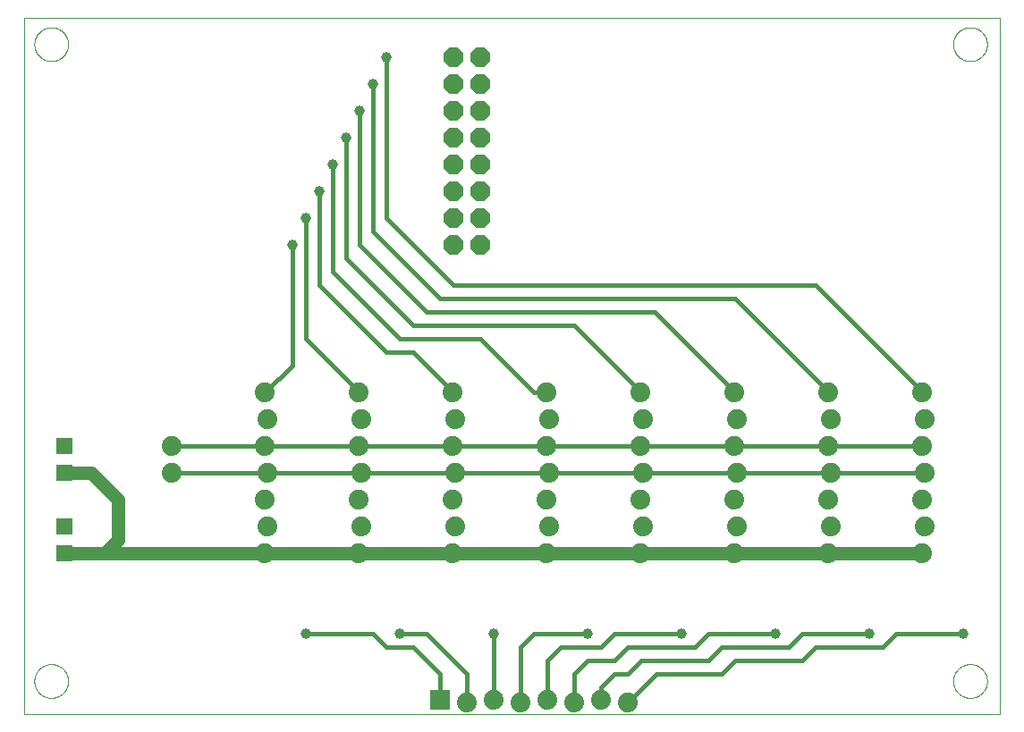
<source format=gtl>
G75*
%MOIN*%
%OFA0B0*%
%FSLAX25Y25*%
%IPPOS*%
%LPD*%
%AMOC8*
5,1,8,0,0,1.08239X$1,22.5*
%
%ADD10C,0.00000*%
%ADD11C,0.07400*%
%ADD12R,0.06000X0.06000*%
%ADD13R,0.07400X0.07400*%
%ADD14OC8,0.07400*%
%ADD15C,0.01600*%
%ADD16C,0.03962*%
%ADD17C,0.05000*%
D10*
X0002200Y0002200D02*
X0002200Y0262161D01*
X0365901Y0262161D01*
X0365901Y0002200D01*
X0002200Y0002200D01*
X0005901Y0014700D02*
X0005903Y0014858D01*
X0005909Y0015016D01*
X0005919Y0015174D01*
X0005933Y0015332D01*
X0005951Y0015489D01*
X0005972Y0015646D01*
X0005998Y0015802D01*
X0006028Y0015958D01*
X0006061Y0016113D01*
X0006099Y0016266D01*
X0006140Y0016419D01*
X0006185Y0016571D01*
X0006234Y0016722D01*
X0006287Y0016871D01*
X0006343Y0017019D01*
X0006403Y0017165D01*
X0006467Y0017310D01*
X0006535Y0017453D01*
X0006606Y0017595D01*
X0006680Y0017735D01*
X0006758Y0017872D01*
X0006840Y0018008D01*
X0006924Y0018142D01*
X0007013Y0018273D01*
X0007104Y0018402D01*
X0007199Y0018529D01*
X0007296Y0018654D01*
X0007397Y0018776D01*
X0007501Y0018895D01*
X0007608Y0019012D01*
X0007718Y0019126D01*
X0007831Y0019237D01*
X0007946Y0019346D01*
X0008064Y0019451D01*
X0008185Y0019553D01*
X0008308Y0019653D01*
X0008434Y0019749D01*
X0008562Y0019842D01*
X0008692Y0019932D01*
X0008825Y0020018D01*
X0008960Y0020102D01*
X0009096Y0020181D01*
X0009235Y0020258D01*
X0009376Y0020330D01*
X0009518Y0020400D01*
X0009662Y0020465D01*
X0009808Y0020527D01*
X0009955Y0020585D01*
X0010104Y0020640D01*
X0010254Y0020691D01*
X0010405Y0020738D01*
X0010557Y0020781D01*
X0010710Y0020820D01*
X0010865Y0020856D01*
X0011020Y0020887D01*
X0011176Y0020915D01*
X0011332Y0020939D01*
X0011489Y0020959D01*
X0011647Y0020975D01*
X0011804Y0020987D01*
X0011963Y0020995D01*
X0012121Y0020999D01*
X0012279Y0020999D01*
X0012437Y0020995D01*
X0012596Y0020987D01*
X0012753Y0020975D01*
X0012911Y0020959D01*
X0013068Y0020939D01*
X0013224Y0020915D01*
X0013380Y0020887D01*
X0013535Y0020856D01*
X0013690Y0020820D01*
X0013843Y0020781D01*
X0013995Y0020738D01*
X0014146Y0020691D01*
X0014296Y0020640D01*
X0014445Y0020585D01*
X0014592Y0020527D01*
X0014738Y0020465D01*
X0014882Y0020400D01*
X0015024Y0020330D01*
X0015165Y0020258D01*
X0015304Y0020181D01*
X0015440Y0020102D01*
X0015575Y0020018D01*
X0015708Y0019932D01*
X0015838Y0019842D01*
X0015966Y0019749D01*
X0016092Y0019653D01*
X0016215Y0019553D01*
X0016336Y0019451D01*
X0016454Y0019346D01*
X0016569Y0019237D01*
X0016682Y0019126D01*
X0016792Y0019012D01*
X0016899Y0018895D01*
X0017003Y0018776D01*
X0017104Y0018654D01*
X0017201Y0018529D01*
X0017296Y0018402D01*
X0017387Y0018273D01*
X0017476Y0018142D01*
X0017560Y0018008D01*
X0017642Y0017872D01*
X0017720Y0017735D01*
X0017794Y0017595D01*
X0017865Y0017453D01*
X0017933Y0017310D01*
X0017997Y0017165D01*
X0018057Y0017019D01*
X0018113Y0016871D01*
X0018166Y0016722D01*
X0018215Y0016571D01*
X0018260Y0016419D01*
X0018301Y0016266D01*
X0018339Y0016113D01*
X0018372Y0015958D01*
X0018402Y0015802D01*
X0018428Y0015646D01*
X0018449Y0015489D01*
X0018467Y0015332D01*
X0018481Y0015174D01*
X0018491Y0015016D01*
X0018497Y0014858D01*
X0018499Y0014700D01*
X0018497Y0014542D01*
X0018491Y0014384D01*
X0018481Y0014226D01*
X0018467Y0014068D01*
X0018449Y0013911D01*
X0018428Y0013754D01*
X0018402Y0013598D01*
X0018372Y0013442D01*
X0018339Y0013287D01*
X0018301Y0013134D01*
X0018260Y0012981D01*
X0018215Y0012829D01*
X0018166Y0012678D01*
X0018113Y0012529D01*
X0018057Y0012381D01*
X0017997Y0012235D01*
X0017933Y0012090D01*
X0017865Y0011947D01*
X0017794Y0011805D01*
X0017720Y0011665D01*
X0017642Y0011528D01*
X0017560Y0011392D01*
X0017476Y0011258D01*
X0017387Y0011127D01*
X0017296Y0010998D01*
X0017201Y0010871D01*
X0017104Y0010746D01*
X0017003Y0010624D01*
X0016899Y0010505D01*
X0016792Y0010388D01*
X0016682Y0010274D01*
X0016569Y0010163D01*
X0016454Y0010054D01*
X0016336Y0009949D01*
X0016215Y0009847D01*
X0016092Y0009747D01*
X0015966Y0009651D01*
X0015838Y0009558D01*
X0015708Y0009468D01*
X0015575Y0009382D01*
X0015440Y0009298D01*
X0015304Y0009219D01*
X0015165Y0009142D01*
X0015024Y0009070D01*
X0014882Y0009000D01*
X0014738Y0008935D01*
X0014592Y0008873D01*
X0014445Y0008815D01*
X0014296Y0008760D01*
X0014146Y0008709D01*
X0013995Y0008662D01*
X0013843Y0008619D01*
X0013690Y0008580D01*
X0013535Y0008544D01*
X0013380Y0008513D01*
X0013224Y0008485D01*
X0013068Y0008461D01*
X0012911Y0008441D01*
X0012753Y0008425D01*
X0012596Y0008413D01*
X0012437Y0008405D01*
X0012279Y0008401D01*
X0012121Y0008401D01*
X0011963Y0008405D01*
X0011804Y0008413D01*
X0011647Y0008425D01*
X0011489Y0008441D01*
X0011332Y0008461D01*
X0011176Y0008485D01*
X0011020Y0008513D01*
X0010865Y0008544D01*
X0010710Y0008580D01*
X0010557Y0008619D01*
X0010405Y0008662D01*
X0010254Y0008709D01*
X0010104Y0008760D01*
X0009955Y0008815D01*
X0009808Y0008873D01*
X0009662Y0008935D01*
X0009518Y0009000D01*
X0009376Y0009070D01*
X0009235Y0009142D01*
X0009096Y0009219D01*
X0008960Y0009298D01*
X0008825Y0009382D01*
X0008692Y0009468D01*
X0008562Y0009558D01*
X0008434Y0009651D01*
X0008308Y0009747D01*
X0008185Y0009847D01*
X0008064Y0009949D01*
X0007946Y0010054D01*
X0007831Y0010163D01*
X0007718Y0010274D01*
X0007608Y0010388D01*
X0007501Y0010505D01*
X0007397Y0010624D01*
X0007296Y0010746D01*
X0007199Y0010871D01*
X0007104Y0010998D01*
X0007013Y0011127D01*
X0006924Y0011258D01*
X0006840Y0011392D01*
X0006758Y0011528D01*
X0006680Y0011665D01*
X0006606Y0011805D01*
X0006535Y0011947D01*
X0006467Y0012090D01*
X0006403Y0012235D01*
X0006343Y0012381D01*
X0006287Y0012529D01*
X0006234Y0012678D01*
X0006185Y0012829D01*
X0006140Y0012981D01*
X0006099Y0013134D01*
X0006061Y0013287D01*
X0006028Y0013442D01*
X0005998Y0013598D01*
X0005972Y0013754D01*
X0005951Y0013911D01*
X0005933Y0014068D01*
X0005919Y0014226D01*
X0005909Y0014384D01*
X0005903Y0014542D01*
X0005901Y0014700D01*
X0005901Y0252200D02*
X0005903Y0252358D01*
X0005909Y0252516D01*
X0005919Y0252674D01*
X0005933Y0252832D01*
X0005951Y0252989D01*
X0005972Y0253146D01*
X0005998Y0253302D01*
X0006028Y0253458D01*
X0006061Y0253613D01*
X0006099Y0253766D01*
X0006140Y0253919D01*
X0006185Y0254071D01*
X0006234Y0254222D01*
X0006287Y0254371D01*
X0006343Y0254519D01*
X0006403Y0254665D01*
X0006467Y0254810D01*
X0006535Y0254953D01*
X0006606Y0255095D01*
X0006680Y0255235D01*
X0006758Y0255372D01*
X0006840Y0255508D01*
X0006924Y0255642D01*
X0007013Y0255773D01*
X0007104Y0255902D01*
X0007199Y0256029D01*
X0007296Y0256154D01*
X0007397Y0256276D01*
X0007501Y0256395D01*
X0007608Y0256512D01*
X0007718Y0256626D01*
X0007831Y0256737D01*
X0007946Y0256846D01*
X0008064Y0256951D01*
X0008185Y0257053D01*
X0008308Y0257153D01*
X0008434Y0257249D01*
X0008562Y0257342D01*
X0008692Y0257432D01*
X0008825Y0257518D01*
X0008960Y0257602D01*
X0009096Y0257681D01*
X0009235Y0257758D01*
X0009376Y0257830D01*
X0009518Y0257900D01*
X0009662Y0257965D01*
X0009808Y0258027D01*
X0009955Y0258085D01*
X0010104Y0258140D01*
X0010254Y0258191D01*
X0010405Y0258238D01*
X0010557Y0258281D01*
X0010710Y0258320D01*
X0010865Y0258356D01*
X0011020Y0258387D01*
X0011176Y0258415D01*
X0011332Y0258439D01*
X0011489Y0258459D01*
X0011647Y0258475D01*
X0011804Y0258487D01*
X0011963Y0258495D01*
X0012121Y0258499D01*
X0012279Y0258499D01*
X0012437Y0258495D01*
X0012596Y0258487D01*
X0012753Y0258475D01*
X0012911Y0258459D01*
X0013068Y0258439D01*
X0013224Y0258415D01*
X0013380Y0258387D01*
X0013535Y0258356D01*
X0013690Y0258320D01*
X0013843Y0258281D01*
X0013995Y0258238D01*
X0014146Y0258191D01*
X0014296Y0258140D01*
X0014445Y0258085D01*
X0014592Y0258027D01*
X0014738Y0257965D01*
X0014882Y0257900D01*
X0015024Y0257830D01*
X0015165Y0257758D01*
X0015304Y0257681D01*
X0015440Y0257602D01*
X0015575Y0257518D01*
X0015708Y0257432D01*
X0015838Y0257342D01*
X0015966Y0257249D01*
X0016092Y0257153D01*
X0016215Y0257053D01*
X0016336Y0256951D01*
X0016454Y0256846D01*
X0016569Y0256737D01*
X0016682Y0256626D01*
X0016792Y0256512D01*
X0016899Y0256395D01*
X0017003Y0256276D01*
X0017104Y0256154D01*
X0017201Y0256029D01*
X0017296Y0255902D01*
X0017387Y0255773D01*
X0017476Y0255642D01*
X0017560Y0255508D01*
X0017642Y0255372D01*
X0017720Y0255235D01*
X0017794Y0255095D01*
X0017865Y0254953D01*
X0017933Y0254810D01*
X0017997Y0254665D01*
X0018057Y0254519D01*
X0018113Y0254371D01*
X0018166Y0254222D01*
X0018215Y0254071D01*
X0018260Y0253919D01*
X0018301Y0253766D01*
X0018339Y0253613D01*
X0018372Y0253458D01*
X0018402Y0253302D01*
X0018428Y0253146D01*
X0018449Y0252989D01*
X0018467Y0252832D01*
X0018481Y0252674D01*
X0018491Y0252516D01*
X0018497Y0252358D01*
X0018499Y0252200D01*
X0018497Y0252042D01*
X0018491Y0251884D01*
X0018481Y0251726D01*
X0018467Y0251568D01*
X0018449Y0251411D01*
X0018428Y0251254D01*
X0018402Y0251098D01*
X0018372Y0250942D01*
X0018339Y0250787D01*
X0018301Y0250634D01*
X0018260Y0250481D01*
X0018215Y0250329D01*
X0018166Y0250178D01*
X0018113Y0250029D01*
X0018057Y0249881D01*
X0017997Y0249735D01*
X0017933Y0249590D01*
X0017865Y0249447D01*
X0017794Y0249305D01*
X0017720Y0249165D01*
X0017642Y0249028D01*
X0017560Y0248892D01*
X0017476Y0248758D01*
X0017387Y0248627D01*
X0017296Y0248498D01*
X0017201Y0248371D01*
X0017104Y0248246D01*
X0017003Y0248124D01*
X0016899Y0248005D01*
X0016792Y0247888D01*
X0016682Y0247774D01*
X0016569Y0247663D01*
X0016454Y0247554D01*
X0016336Y0247449D01*
X0016215Y0247347D01*
X0016092Y0247247D01*
X0015966Y0247151D01*
X0015838Y0247058D01*
X0015708Y0246968D01*
X0015575Y0246882D01*
X0015440Y0246798D01*
X0015304Y0246719D01*
X0015165Y0246642D01*
X0015024Y0246570D01*
X0014882Y0246500D01*
X0014738Y0246435D01*
X0014592Y0246373D01*
X0014445Y0246315D01*
X0014296Y0246260D01*
X0014146Y0246209D01*
X0013995Y0246162D01*
X0013843Y0246119D01*
X0013690Y0246080D01*
X0013535Y0246044D01*
X0013380Y0246013D01*
X0013224Y0245985D01*
X0013068Y0245961D01*
X0012911Y0245941D01*
X0012753Y0245925D01*
X0012596Y0245913D01*
X0012437Y0245905D01*
X0012279Y0245901D01*
X0012121Y0245901D01*
X0011963Y0245905D01*
X0011804Y0245913D01*
X0011647Y0245925D01*
X0011489Y0245941D01*
X0011332Y0245961D01*
X0011176Y0245985D01*
X0011020Y0246013D01*
X0010865Y0246044D01*
X0010710Y0246080D01*
X0010557Y0246119D01*
X0010405Y0246162D01*
X0010254Y0246209D01*
X0010104Y0246260D01*
X0009955Y0246315D01*
X0009808Y0246373D01*
X0009662Y0246435D01*
X0009518Y0246500D01*
X0009376Y0246570D01*
X0009235Y0246642D01*
X0009096Y0246719D01*
X0008960Y0246798D01*
X0008825Y0246882D01*
X0008692Y0246968D01*
X0008562Y0247058D01*
X0008434Y0247151D01*
X0008308Y0247247D01*
X0008185Y0247347D01*
X0008064Y0247449D01*
X0007946Y0247554D01*
X0007831Y0247663D01*
X0007718Y0247774D01*
X0007608Y0247888D01*
X0007501Y0248005D01*
X0007397Y0248124D01*
X0007296Y0248246D01*
X0007199Y0248371D01*
X0007104Y0248498D01*
X0007013Y0248627D01*
X0006924Y0248758D01*
X0006840Y0248892D01*
X0006758Y0249028D01*
X0006680Y0249165D01*
X0006606Y0249305D01*
X0006535Y0249447D01*
X0006467Y0249590D01*
X0006403Y0249735D01*
X0006343Y0249881D01*
X0006287Y0250029D01*
X0006234Y0250178D01*
X0006185Y0250329D01*
X0006140Y0250481D01*
X0006099Y0250634D01*
X0006061Y0250787D01*
X0006028Y0250942D01*
X0005998Y0251098D01*
X0005972Y0251254D01*
X0005951Y0251411D01*
X0005933Y0251568D01*
X0005919Y0251726D01*
X0005909Y0251884D01*
X0005903Y0252042D01*
X0005901Y0252200D01*
X0348401Y0252200D02*
X0348403Y0252358D01*
X0348409Y0252516D01*
X0348419Y0252674D01*
X0348433Y0252832D01*
X0348451Y0252989D01*
X0348472Y0253146D01*
X0348498Y0253302D01*
X0348528Y0253458D01*
X0348561Y0253613D01*
X0348599Y0253766D01*
X0348640Y0253919D01*
X0348685Y0254071D01*
X0348734Y0254222D01*
X0348787Y0254371D01*
X0348843Y0254519D01*
X0348903Y0254665D01*
X0348967Y0254810D01*
X0349035Y0254953D01*
X0349106Y0255095D01*
X0349180Y0255235D01*
X0349258Y0255372D01*
X0349340Y0255508D01*
X0349424Y0255642D01*
X0349513Y0255773D01*
X0349604Y0255902D01*
X0349699Y0256029D01*
X0349796Y0256154D01*
X0349897Y0256276D01*
X0350001Y0256395D01*
X0350108Y0256512D01*
X0350218Y0256626D01*
X0350331Y0256737D01*
X0350446Y0256846D01*
X0350564Y0256951D01*
X0350685Y0257053D01*
X0350808Y0257153D01*
X0350934Y0257249D01*
X0351062Y0257342D01*
X0351192Y0257432D01*
X0351325Y0257518D01*
X0351460Y0257602D01*
X0351596Y0257681D01*
X0351735Y0257758D01*
X0351876Y0257830D01*
X0352018Y0257900D01*
X0352162Y0257965D01*
X0352308Y0258027D01*
X0352455Y0258085D01*
X0352604Y0258140D01*
X0352754Y0258191D01*
X0352905Y0258238D01*
X0353057Y0258281D01*
X0353210Y0258320D01*
X0353365Y0258356D01*
X0353520Y0258387D01*
X0353676Y0258415D01*
X0353832Y0258439D01*
X0353989Y0258459D01*
X0354147Y0258475D01*
X0354304Y0258487D01*
X0354463Y0258495D01*
X0354621Y0258499D01*
X0354779Y0258499D01*
X0354937Y0258495D01*
X0355096Y0258487D01*
X0355253Y0258475D01*
X0355411Y0258459D01*
X0355568Y0258439D01*
X0355724Y0258415D01*
X0355880Y0258387D01*
X0356035Y0258356D01*
X0356190Y0258320D01*
X0356343Y0258281D01*
X0356495Y0258238D01*
X0356646Y0258191D01*
X0356796Y0258140D01*
X0356945Y0258085D01*
X0357092Y0258027D01*
X0357238Y0257965D01*
X0357382Y0257900D01*
X0357524Y0257830D01*
X0357665Y0257758D01*
X0357804Y0257681D01*
X0357940Y0257602D01*
X0358075Y0257518D01*
X0358208Y0257432D01*
X0358338Y0257342D01*
X0358466Y0257249D01*
X0358592Y0257153D01*
X0358715Y0257053D01*
X0358836Y0256951D01*
X0358954Y0256846D01*
X0359069Y0256737D01*
X0359182Y0256626D01*
X0359292Y0256512D01*
X0359399Y0256395D01*
X0359503Y0256276D01*
X0359604Y0256154D01*
X0359701Y0256029D01*
X0359796Y0255902D01*
X0359887Y0255773D01*
X0359976Y0255642D01*
X0360060Y0255508D01*
X0360142Y0255372D01*
X0360220Y0255235D01*
X0360294Y0255095D01*
X0360365Y0254953D01*
X0360433Y0254810D01*
X0360497Y0254665D01*
X0360557Y0254519D01*
X0360613Y0254371D01*
X0360666Y0254222D01*
X0360715Y0254071D01*
X0360760Y0253919D01*
X0360801Y0253766D01*
X0360839Y0253613D01*
X0360872Y0253458D01*
X0360902Y0253302D01*
X0360928Y0253146D01*
X0360949Y0252989D01*
X0360967Y0252832D01*
X0360981Y0252674D01*
X0360991Y0252516D01*
X0360997Y0252358D01*
X0360999Y0252200D01*
X0360997Y0252042D01*
X0360991Y0251884D01*
X0360981Y0251726D01*
X0360967Y0251568D01*
X0360949Y0251411D01*
X0360928Y0251254D01*
X0360902Y0251098D01*
X0360872Y0250942D01*
X0360839Y0250787D01*
X0360801Y0250634D01*
X0360760Y0250481D01*
X0360715Y0250329D01*
X0360666Y0250178D01*
X0360613Y0250029D01*
X0360557Y0249881D01*
X0360497Y0249735D01*
X0360433Y0249590D01*
X0360365Y0249447D01*
X0360294Y0249305D01*
X0360220Y0249165D01*
X0360142Y0249028D01*
X0360060Y0248892D01*
X0359976Y0248758D01*
X0359887Y0248627D01*
X0359796Y0248498D01*
X0359701Y0248371D01*
X0359604Y0248246D01*
X0359503Y0248124D01*
X0359399Y0248005D01*
X0359292Y0247888D01*
X0359182Y0247774D01*
X0359069Y0247663D01*
X0358954Y0247554D01*
X0358836Y0247449D01*
X0358715Y0247347D01*
X0358592Y0247247D01*
X0358466Y0247151D01*
X0358338Y0247058D01*
X0358208Y0246968D01*
X0358075Y0246882D01*
X0357940Y0246798D01*
X0357804Y0246719D01*
X0357665Y0246642D01*
X0357524Y0246570D01*
X0357382Y0246500D01*
X0357238Y0246435D01*
X0357092Y0246373D01*
X0356945Y0246315D01*
X0356796Y0246260D01*
X0356646Y0246209D01*
X0356495Y0246162D01*
X0356343Y0246119D01*
X0356190Y0246080D01*
X0356035Y0246044D01*
X0355880Y0246013D01*
X0355724Y0245985D01*
X0355568Y0245961D01*
X0355411Y0245941D01*
X0355253Y0245925D01*
X0355096Y0245913D01*
X0354937Y0245905D01*
X0354779Y0245901D01*
X0354621Y0245901D01*
X0354463Y0245905D01*
X0354304Y0245913D01*
X0354147Y0245925D01*
X0353989Y0245941D01*
X0353832Y0245961D01*
X0353676Y0245985D01*
X0353520Y0246013D01*
X0353365Y0246044D01*
X0353210Y0246080D01*
X0353057Y0246119D01*
X0352905Y0246162D01*
X0352754Y0246209D01*
X0352604Y0246260D01*
X0352455Y0246315D01*
X0352308Y0246373D01*
X0352162Y0246435D01*
X0352018Y0246500D01*
X0351876Y0246570D01*
X0351735Y0246642D01*
X0351596Y0246719D01*
X0351460Y0246798D01*
X0351325Y0246882D01*
X0351192Y0246968D01*
X0351062Y0247058D01*
X0350934Y0247151D01*
X0350808Y0247247D01*
X0350685Y0247347D01*
X0350564Y0247449D01*
X0350446Y0247554D01*
X0350331Y0247663D01*
X0350218Y0247774D01*
X0350108Y0247888D01*
X0350001Y0248005D01*
X0349897Y0248124D01*
X0349796Y0248246D01*
X0349699Y0248371D01*
X0349604Y0248498D01*
X0349513Y0248627D01*
X0349424Y0248758D01*
X0349340Y0248892D01*
X0349258Y0249028D01*
X0349180Y0249165D01*
X0349106Y0249305D01*
X0349035Y0249447D01*
X0348967Y0249590D01*
X0348903Y0249735D01*
X0348843Y0249881D01*
X0348787Y0250029D01*
X0348734Y0250178D01*
X0348685Y0250329D01*
X0348640Y0250481D01*
X0348599Y0250634D01*
X0348561Y0250787D01*
X0348528Y0250942D01*
X0348498Y0251098D01*
X0348472Y0251254D01*
X0348451Y0251411D01*
X0348433Y0251568D01*
X0348419Y0251726D01*
X0348409Y0251884D01*
X0348403Y0252042D01*
X0348401Y0252200D01*
X0348401Y0014700D02*
X0348403Y0014858D01*
X0348409Y0015016D01*
X0348419Y0015174D01*
X0348433Y0015332D01*
X0348451Y0015489D01*
X0348472Y0015646D01*
X0348498Y0015802D01*
X0348528Y0015958D01*
X0348561Y0016113D01*
X0348599Y0016266D01*
X0348640Y0016419D01*
X0348685Y0016571D01*
X0348734Y0016722D01*
X0348787Y0016871D01*
X0348843Y0017019D01*
X0348903Y0017165D01*
X0348967Y0017310D01*
X0349035Y0017453D01*
X0349106Y0017595D01*
X0349180Y0017735D01*
X0349258Y0017872D01*
X0349340Y0018008D01*
X0349424Y0018142D01*
X0349513Y0018273D01*
X0349604Y0018402D01*
X0349699Y0018529D01*
X0349796Y0018654D01*
X0349897Y0018776D01*
X0350001Y0018895D01*
X0350108Y0019012D01*
X0350218Y0019126D01*
X0350331Y0019237D01*
X0350446Y0019346D01*
X0350564Y0019451D01*
X0350685Y0019553D01*
X0350808Y0019653D01*
X0350934Y0019749D01*
X0351062Y0019842D01*
X0351192Y0019932D01*
X0351325Y0020018D01*
X0351460Y0020102D01*
X0351596Y0020181D01*
X0351735Y0020258D01*
X0351876Y0020330D01*
X0352018Y0020400D01*
X0352162Y0020465D01*
X0352308Y0020527D01*
X0352455Y0020585D01*
X0352604Y0020640D01*
X0352754Y0020691D01*
X0352905Y0020738D01*
X0353057Y0020781D01*
X0353210Y0020820D01*
X0353365Y0020856D01*
X0353520Y0020887D01*
X0353676Y0020915D01*
X0353832Y0020939D01*
X0353989Y0020959D01*
X0354147Y0020975D01*
X0354304Y0020987D01*
X0354463Y0020995D01*
X0354621Y0020999D01*
X0354779Y0020999D01*
X0354937Y0020995D01*
X0355096Y0020987D01*
X0355253Y0020975D01*
X0355411Y0020959D01*
X0355568Y0020939D01*
X0355724Y0020915D01*
X0355880Y0020887D01*
X0356035Y0020856D01*
X0356190Y0020820D01*
X0356343Y0020781D01*
X0356495Y0020738D01*
X0356646Y0020691D01*
X0356796Y0020640D01*
X0356945Y0020585D01*
X0357092Y0020527D01*
X0357238Y0020465D01*
X0357382Y0020400D01*
X0357524Y0020330D01*
X0357665Y0020258D01*
X0357804Y0020181D01*
X0357940Y0020102D01*
X0358075Y0020018D01*
X0358208Y0019932D01*
X0358338Y0019842D01*
X0358466Y0019749D01*
X0358592Y0019653D01*
X0358715Y0019553D01*
X0358836Y0019451D01*
X0358954Y0019346D01*
X0359069Y0019237D01*
X0359182Y0019126D01*
X0359292Y0019012D01*
X0359399Y0018895D01*
X0359503Y0018776D01*
X0359604Y0018654D01*
X0359701Y0018529D01*
X0359796Y0018402D01*
X0359887Y0018273D01*
X0359976Y0018142D01*
X0360060Y0018008D01*
X0360142Y0017872D01*
X0360220Y0017735D01*
X0360294Y0017595D01*
X0360365Y0017453D01*
X0360433Y0017310D01*
X0360497Y0017165D01*
X0360557Y0017019D01*
X0360613Y0016871D01*
X0360666Y0016722D01*
X0360715Y0016571D01*
X0360760Y0016419D01*
X0360801Y0016266D01*
X0360839Y0016113D01*
X0360872Y0015958D01*
X0360902Y0015802D01*
X0360928Y0015646D01*
X0360949Y0015489D01*
X0360967Y0015332D01*
X0360981Y0015174D01*
X0360991Y0015016D01*
X0360997Y0014858D01*
X0360999Y0014700D01*
X0360997Y0014542D01*
X0360991Y0014384D01*
X0360981Y0014226D01*
X0360967Y0014068D01*
X0360949Y0013911D01*
X0360928Y0013754D01*
X0360902Y0013598D01*
X0360872Y0013442D01*
X0360839Y0013287D01*
X0360801Y0013134D01*
X0360760Y0012981D01*
X0360715Y0012829D01*
X0360666Y0012678D01*
X0360613Y0012529D01*
X0360557Y0012381D01*
X0360497Y0012235D01*
X0360433Y0012090D01*
X0360365Y0011947D01*
X0360294Y0011805D01*
X0360220Y0011665D01*
X0360142Y0011528D01*
X0360060Y0011392D01*
X0359976Y0011258D01*
X0359887Y0011127D01*
X0359796Y0010998D01*
X0359701Y0010871D01*
X0359604Y0010746D01*
X0359503Y0010624D01*
X0359399Y0010505D01*
X0359292Y0010388D01*
X0359182Y0010274D01*
X0359069Y0010163D01*
X0358954Y0010054D01*
X0358836Y0009949D01*
X0358715Y0009847D01*
X0358592Y0009747D01*
X0358466Y0009651D01*
X0358338Y0009558D01*
X0358208Y0009468D01*
X0358075Y0009382D01*
X0357940Y0009298D01*
X0357804Y0009219D01*
X0357665Y0009142D01*
X0357524Y0009070D01*
X0357382Y0009000D01*
X0357238Y0008935D01*
X0357092Y0008873D01*
X0356945Y0008815D01*
X0356796Y0008760D01*
X0356646Y0008709D01*
X0356495Y0008662D01*
X0356343Y0008619D01*
X0356190Y0008580D01*
X0356035Y0008544D01*
X0355880Y0008513D01*
X0355724Y0008485D01*
X0355568Y0008461D01*
X0355411Y0008441D01*
X0355253Y0008425D01*
X0355096Y0008413D01*
X0354937Y0008405D01*
X0354779Y0008401D01*
X0354621Y0008401D01*
X0354463Y0008405D01*
X0354304Y0008413D01*
X0354147Y0008425D01*
X0353989Y0008441D01*
X0353832Y0008461D01*
X0353676Y0008485D01*
X0353520Y0008513D01*
X0353365Y0008544D01*
X0353210Y0008580D01*
X0353057Y0008619D01*
X0352905Y0008662D01*
X0352754Y0008709D01*
X0352604Y0008760D01*
X0352455Y0008815D01*
X0352308Y0008873D01*
X0352162Y0008935D01*
X0352018Y0009000D01*
X0351876Y0009070D01*
X0351735Y0009142D01*
X0351596Y0009219D01*
X0351460Y0009298D01*
X0351325Y0009382D01*
X0351192Y0009468D01*
X0351062Y0009558D01*
X0350934Y0009651D01*
X0350808Y0009747D01*
X0350685Y0009847D01*
X0350564Y0009949D01*
X0350446Y0010054D01*
X0350331Y0010163D01*
X0350218Y0010274D01*
X0350108Y0010388D01*
X0350001Y0010505D01*
X0349897Y0010624D01*
X0349796Y0010746D01*
X0349699Y0010871D01*
X0349604Y0010998D01*
X0349513Y0011127D01*
X0349424Y0011258D01*
X0349340Y0011392D01*
X0349258Y0011528D01*
X0349180Y0011665D01*
X0349106Y0011805D01*
X0349035Y0011947D01*
X0348967Y0012090D01*
X0348903Y0012235D01*
X0348843Y0012381D01*
X0348787Y0012529D01*
X0348734Y0012678D01*
X0348685Y0012829D01*
X0348640Y0012981D01*
X0348599Y0013134D01*
X0348561Y0013287D01*
X0348528Y0013442D01*
X0348498Y0013598D01*
X0348472Y0013754D01*
X0348451Y0013911D01*
X0348433Y0014068D01*
X0348419Y0014226D01*
X0348409Y0014384D01*
X0348403Y0014542D01*
X0348401Y0014700D01*
D11*
X0336700Y0062200D03*
X0337700Y0072200D03*
X0336700Y0082200D03*
X0337700Y0092200D03*
X0336700Y0102200D03*
X0337700Y0112200D03*
X0336700Y0122200D03*
X0301700Y0122200D03*
X0302700Y0112200D03*
X0301700Y0102200D03*
X0302700Y0092200D03*
X0301700Y0082200D03*
X0302700Y0072200D03*
X0301700Y0062200D03*
X0266700Y0062200D03*
X0267700Y0072200D03*
X0266700Y0082200D03*
X0267700Y0092200D03*
X0266700Y0102200D03*
X0267700Y0112200D03*
X0266700Y0122200D03*
X0231700Y0122200D03*
X0232700Y0112200D03*
X0231700Y0102200D03*
X0232700Y0092200D03*
X0231700Y0082200D03*
X0232700Y0072200D03*
X0231700Y0062200D03*
X0196700Y0062200D03*
X0197700Y0072200D03*
X0196700Y0082200D03*
X0197700Y0092200D03*
X0196700Y0102200D03*
X0197700Y0112200D03*
X0196700Y0122200D03*
X0162700Y0112200D03*
X0161700Y0102200D03*
X0162700Y0092200D03*
X0161700Y0082200D03*
X0162700Y0072200D03*
X0161700Y0062200D03*
X0126700Y0062200D03*
X0127700Y0072200D03*
X0126700Y0082200D03*
X0127700Y0092200D03*
X0126700Y0102200D03*
X0127700Y0112200D03*
X0126700Y0122200D03*
X0161700Y0122200D03*
X0092700Y0112200D03*
X0091700Y0102200D03*
X0092700Y0092200D03*
X0091700Y0082200D03*
X0092700Y0072200D03*
X0091700Y0062200D03*
X0057200Y0092200D03*
X0057200Y0102200D03*
X0091700Y0122200D03*
X0167200Y0006700D03*
X0177200Y0007700D03*
X0187200Y0006700D03*
X0197200Y0007700D03*
X0207200Y0006700D03*
X0217200Y0007700D03*
X0227200Y0006700D03*
D12*
X0017200Y0062200D03*
X0017200Y0072200D03*
X0017200Y0092200D03*
X0017200Y0102200D03*
D13*
X0157200Y0007700D03*
D14*
X0162200Y0177200D03*
X0162200Y0187200D03*
X0172200Y0187200D03*
X0172200Y0177200D03*
X0172200Y0197200D03*
X0162200Y0197200D03*
X0162200Y0207200D03*
X0172200Y0207200D03*
X0172200Y0217200D03*
X0172200Y0227200D03*
X0162200Y0227200D03*
X0162200Y0217200D03*
X0162200Y0237200D03*
X0172200Y0237200D03*
X0172200Y0247200D03*
X0162200Y0247200D03*
D15*
X0137200Y0247200D02*
X0137200Y0187200D01*
X0162200Y0162200D01*
X0297200Y0162200D01*
X0336700Y0122700D01*
X0336700Y0122200D01*
X0336700Y0102200D02*
X0301700Y0102200D01*
X0266700Y0102200D01*
X0231700Y0102200D01*
X0196700Y0102200D01*
X0161700Y0102200D01*
X0126700Y0102200D01*
X0091700Y0102200D01*
X0057200Y0102200D01*
X0057200Y0092200D02*
X0092700Y0092200D01*
X0127700Y0092200D01*
X0162700Y0092200D01*
X0197700Y0092200D01*
X0232700Y0092200D01*
X0267700Y0092200D01*
X0302700Y0092200D01*
X0337700Y0092200D01*
X0301700Y0122200D02*
X0301700Y0122700D01*
X0267200Y0157200D01*
X0157200Y0157200D01*
X0132200Y0182200D01*
X0132200Y0237200D01*
X0127200Y0227200D02*
X0127200Y0177200D01*
X0152200Y0152200D01*
X0237200Y0152200D01*
X0266700Y0122700D01*
X0266700Y0122200D01*
X0231700Y0122200D02*
X0231700Y0122700D01*
X0207200Y0147200D01*
X0147200Y0147200D01*
X0122200Y0172200D01*
X0122200Y0217200D01*
X0117200Y0207200D02*
X0117200Y0167200D01*
X0142200Y0142200D01*
X0172200Y0142200D01*
X0192200Y0122200D01*
X0196700Y0122200D01*
X0161700Y0122200D02*
X0161700Y0122700D01*
X0147200Y0137200D01*
X0137200Y0137200D01*
X0112200Y0162200D01*
X0112200Y0197200D01*
X0107200Y0187200D02*
X0107200Y0142200D01*
X0126700Y0122700D01*
X0126700Y0122200D01*
X0102200Y0132200D02*
X0102200Y0177200D01*
X0102200Y0132200D02*
X0091700Y0122200D01*
X0107200Y0032200D02*
X0132200Y0032200D01*
X0137200Y0027200D01*
X0147200Y0027200D01*
X0157200Y0017200D01*
X0157200Y0007700D01*
X0156700Y0007200D01*
X0167200Y0006700D02*
X0167200Y0017200D01*
X0152200Y0032200D01*
X0142200Y0032200D01*
X0167200Y0012200D02*
X0167200Y0006700D01*
X0177200Y0007700D02*
X0177200Y0032200D01*
X0187200Y0027200D02*
X0187200Y0006700D01*
X0197200Y0007700D02*
X0197200Y0022200D01*
X0202200Y0027200D01*
X0217200Y0027200D01*
X0222200Y0032200D01*
X0247200Y0032200D01*
X0252200Y0027200D02*
X0227200Y0027200D01*
X0222200Y0022200D01*
X0212200Y0022200D01*
X0207200Y0017200D01*
X0207200Y0006700D01*
X0217200Y0007700D02*
X0217200Y0012200D01*
X0222200Y0017200D01*
X0227200Y0017200D01*
X0232200Y0022200D01*
X0257200Y0022200D01*
X0262200Y0027200D01*
X0287200Y0027200D01*
X0292200Y0032200D01*
X0317200Y0032200D01*
X0322200Y0027200D02*
X0297200Y0027200D01*
X0292200Y0022200D01*
X0267200Y0022200D01*
X0262200Y0017200D01*
X0237700Y0017200D01*
X0227200Y0006700D01*
X0252200Y0027200D02*
X0257200Y0032200D01*
X0282200Y0032200D01*
X0322200Y0027200D02*
X0327200Y0032200D01*
X0352200Y0032200D01*
X0212200Y0032200D02*
X0192200Y0032200D01*
X0187200Y0027200D01*
D16*
X0177200Y0032200D03*
X0142200Y0032200D03*
X0107200Y0032200D03*
X0212200Y0032200D03*
X0247200Y0032200D03*
X0282200Y0032200D03*
X0317200Y0032200D03*
X0352200Y0032200D03*
X0112200Y0197200D03*
X0107200Y0187200D03*
X0102200Y0177200D03*
X0117200Y0207200D03*
X0122200Y0217200D03*
X0127200Y0227200D03*
X0132200Y0237200D03*
X0137200Y0247200D03*
D17*
X0027200Y0092200D02*
X0017200Y0092200D01*
X0027200Y0092200D02*
X0037200Y0082200D01*
X0037200Y0067200D01*
X0032200Y0062200D01*
X0017200Y0062200D01*
X0091700Y0062200D01*
X0126700Y0062200D01*
X0161700Y0062200D01*
X0196700Y0062200D01*
X0231700Y0062200D01*
X0266700Y0062200D01*
X0301700Y0062200D01*
X0336700Y0062200D01*
M02*

</source>
